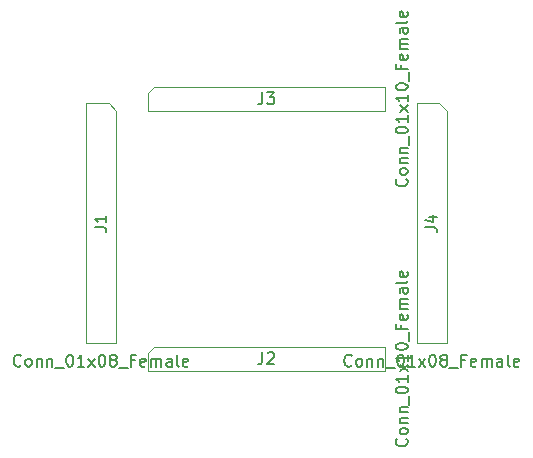
<source format=gbr>
G04 #@! TF.GenerationSoftware,KiCad,Pcbnew,(5.1.6)-1*
G04 #@! TF.CreationDate,2020-07-07T11:59:46-05:00*
G04 #@! TF.ProjectId,Xbee,58626565-2e6b-4696-9361-645f70636258,rev?*
G04 #@! TF.SameCoordinates,Original*
G04 #@! TF.FileFunction,Other,Fab,Top*
%FSLAX46Y46*%
G04 Gerber Fmt 4.6, Leading zero omitted, Abs format (unit mm)*
G04 Created by KiCad (PCBNEW (5.1.6)-1) date 2020-07-07 11:59:46*
%MOMM*%
%LPD*%
G01*
G04 APERTURE LIST*
%ADD10C,0.100000*%
%ADD11C,0.150000*%
G04 APERTURE END LIST*
D10*
X106630000Y-125730000D02*
X106630000Y-105410000D01*
X109170000Y-125730000D02*
X106630000Y-125730000D01*
X109170000Y-106045000D02*
X109170000Y-125730000D01*
X108535000Y-105410000D02*
X109170000Y-106045000D01*
X106630000Y-105410000D02*
X108535000Y-105410000D01*
X131900000Y-128020000D02*
X111900000Y-128020000D01*
X131900000Y-126020000D02*
X131900000Y-128020000D01*
X112400000Y-126020000D02*
X131900000Y-126020000D01*
X111900000Y-126520000D02*
X112400000Y-126020000D01*
X111900000Y-128020000D02*
X111900000Y-126520000D01*
X111900000Y-106020000D02*
X111900000Y-104520000D01*
X111900000Y-104520000D02*
X112400000Y-104020000D01*
X112400000Y-104020000D02*
X131900000Y-104020000D01*
X131900000Y-104020000D02*
X131900000Y-106020000D01*
X131900000Y-106020000D02*
X111900000Y-106020000D01*
X134630000Y-105410000D02*
X136535000Y-105410000D01*
X136535000Y-105410000D02*
X137170000Y-106045000D01*
X137170000Y-106045000D02*
X137170000Y-125730000D01*
X137170000Y-125730000D02*
X134630000Y-125730000D01*
X134630000Y-125730000D02*
X134630000Y-105410000D01*
D11*
X101114285Y-127587142D02*
X101066666Y-127634761D01*
X100923809Y-127682380D01*
X100828571Y-127682380D01*
X100685714Y-127634761D01*
X100590476Y-127539523D01*
X100542857Y-127444285D01*
X100495238Y-127253809D01*
X100495238Y-127110952D01*
X100542857Y-126920476D01*
X100590476Y-126825238D01*
X100685714Y-126730000D01*
X100828571Y-126682380D01*
X100923809Y-126682380D01*
X101066666Y-126730000D01*
X101114285Y-126777619D01*
X101685714Y-127682380D02*
X101590476Y-127634761D01*
X101542857Y-127587142D01*
X101495238Y-127491904D01*
X101495238Y-127206190D01*
X101542857Y-127110952D01*
X101590476Y-127063333D01*
X101685714Y-127015714D01*
X101828571Y-127015714D01*
X101923809Y-127063333D01*
X101971428Y-127110952D01*
X102019047Y-127206190D01*
X102019047Y-127491904D01*
X101971428Y-127587142D01*
X101923809Y-127634761D01*
X101828571Y-127682380D01*
X101685714Y-127682380D01*
X102447619Y-127015714D02*
X102447619Y-127682380D01*
X102447619Y-127110952D02*
X102495238Y-127063333D01*
X102590476Y-127015714D01*
X102733333Y-127015714D01*
X102828571Y-127063333D01*
X102876190Y-127158571D01*
X102876190Y-127682380D01*
X103352380Y-127015714D02*
X103352380Y-127682380D01*
X103352380Y-127110952D02*
X103400000Y-127063333D01*
X103495238Y-127015714D01*
X103638095Y-127015714D01*
X103733333Y-127063333D01*
X103780952Y-127158571D01*
X103780952Y-127682380D01*
X104019047Y-127777619D02*
X104780952Y-127777619D01*
X105209523Y-126682380D02*
X105304761Y-126682380D01*
X105400000Y-126730000D01*
X105447619Y-126777619D01*
X105495238Y-126872857D01*
X105542857Y-127063333D01*
X105542857Y-127301428D01*
X105495238Y-127491904D01*
X105447619Y-127587142D01*
X105400000Y-127634761D01*
X105304761Y-127682380D01*
X105209523Y-127682380D01*
X105114285Y-127634761D01*
X105066666Y-127587142D01*
X105019047Y-127491904D01*
X104971428Y-127301428D01*
X104971428Y-127063333D01*
X105019047Y-126872857D01*
X105066666Y-126777619D01*
X105114285Y-126730000D01*
X105209523Y-126682380D01*
X106495238Y-127682380D02*
X105923809Y-127682380D01*
X106209523Y-127682380D02*
X106209523Y-126682380D01*
X106114285Y-126825238D01*
X106019047Y-126920476D01*
X105923809Y-126968095D01*
X106828571Y-127682380D02*
X107352380Y-127015714D01*
X106828571Y-127015714D02*
X107352380Y-127682380D01*
X107923809Y-126682380D02*
X108019047Y-126682380D01*
X108114285Y-126730000D01*
X108161904Y-126777619D01*
X108209523Y-126872857D01*
X108257142Y-127063333D01*
X108257142Y-127301428D01*
X108209523Y-127491904D01*
X108161904Y-127587142D01*
X108114285Y-127634761D01*
X108019047Y-127682380D01*
X107923809Y-127682380D01*
X107828571Y-127634761D01*
X107780952Y-127587142D01*
X107733333Y-127491904D01*
X107685714Y-127301428D01*
X107685714Y-127063333D01*
X107733333Y-126872857D01*
X107780952Y-126777619D01*
X107828571Y-126730000D01*
X107923809Y-126682380D01*
X108828571Y-127110952D02*
X108733333Y-127063333D01*
X108685714Y-127015714D01*
X108638095Y-126920476D01*
X108638095Y-126872857D01*
X108685714Y-126777619D01*
X108733333Y-126730000D01*
X108828571Y-126682380D01*
X109019047Y-126682380D01*
X109114285Y-126730000D01*
X109161904Y-126777619D01*
X109209523Y-126872857D01*
X109209523Y-126920476D01*
X109161904Y-127015714D01*
X109114285Y-127063333D01*
X109019047Y-127110952D01*
X108828571Y-127110952D01*
X108733333Y-127158571D01*
X108685714Y-127206190D01*
X108638095Y-127301428D01*
X108638095Y-127491904D01*
X108685714Y-127587142D01*
X108733333Y-127634761D01*
X108828571Y-127682380D01*
X109019047Y-127682380D01*
X109114285Y-127634761D01*
X109161904Y-127587142D01*
X109209523Y-127491904D01*
X109209523Y-127301428D01*
X109161904Y-127206190D01*
X109114285Y-127158571D01*
X109019047Y-127110952D01*
X109400000Y-127777619D02*
X110161904Y-127777619D01*
X110733333Y-127158571D02*
X110400000Y-127158571D01*
X110400000Y-127682380D02*
X110400000Y-126682380D01*
X110876190Y-126682380D01*
X111638095Y-127634761D02*
X111542857Y-127682380D01*
X111352380Y-127682380D01*
X111257142Y-127634761D01*
X111209523Y-127539523D01*
X111209523Y-127158571D01*
X111257142Y-127063333D01*
X111352380Y-127015714D01*
X111542857Y-127015714D01*
X111638095Y-127063333D01*
X111685714Y-127158571D01*
X111685714Y-127253809D01*
X111209523Y-127349047D01*
X112114285Y-127682380D02*
X112114285Y-127015714D01*
X112114285Y-127110952D02*
X112161904Y-127063333D01*
X112257142Y-127015714D01*
X112400000Y-127015714D01*
X112495238Y-127063333D01*
X112542857Y-127158571D01*
X112542857Y-127682380D01*
X112542857Y-127158571D02*
X112590476Y-127063333D01*
X112685714Y-127015714D01*
X112828571Y-127015714D01*
X112923809Y-127063333D01*
X112971428Y-127158571D01*
X112971428Y-127682380D01*
X113876190Y-127682380D02*
X113876190Y-127158571D01*
X113828571Y-127063333D01*
X113733333Y-127015714D01*
X113542857Y-127015714D01*
X113447619Y-127063333D01*
X113876190Y-127634761D02*
X113780952Y-127682380D01*
X113542857Y-127682380D01*
X113447619Y-127634761D01*
X113400000Y-127539523D01*
X113400000Y-127444285D01*
X113447619Y-127349047D01*
X113542857Y-127301428D01*
X113780952Y-127301428D01*
X113876190Y-127253809D01*
X114495238Y-127682380D02*
X114400000Y-127634761D01*
X114352380Y-127539523D01*
X114352380Y-126682380D01*
X115257142Y-127634761D02*
X115161904Y-127682380D01*
X114971428Y-127682380D01*
X114876190Y-127634761D01*
X114828571Y-127539523D01*
X114828571Y-127158571D01*
X114876190Y-127063333D01*
X114971428Y-127015714D01*
X115161904Y-127015714D01*
X115257142Y-127063333D01*
X115304761Y-127158571D01*
X115304761Y-127253809D01*
X114828571Y-127349047D01*
X107352380Y-115903333D02*
X108066666Y-115903333D01*
X108209523Y-115950952D01*
X108304761Y-116046190D01*
X108352380Y-116189047D01*
X108352380Y-116284285D01*
X108352380Y-114903333D02*
X108352380Y-115474761D01*
X108352380Y-115189047D02*
X107352380Y-115189047D01*
X107495238Y-115284285D01*
X107590476Y-115379523D01*
X107638095Y-115474761D01*
X133757142Y-133805714D02*
X133804761Y-133853333D01*
X133852380Y-133996190D01*
X133852380Y-134091428D01*
X133804761Y-134234285D01*
X133709523Y-134329523D01*
X133614285Y-134377142D01*
X133423809Y-134424761D01*
X133280952Y-134424761D01*
X133090476Y-134377142D01*
X132995238Y-134329523D01*
X132900000Y-134234285D01*
X132852380Y-134091428D01*
X132852380Y-133996190D01*
X132900000Y-133853333D01*
X132947619Y-133805714D01*
X133852380Y-133234285D02*
X133804761Y-133329523D01*
X133757142Y-133377142D01*
X133661904Y-133424761D01*
X133376190Y-133424761D01*
X133280952Y-133377142D01*
X133233333Y-133329523D01*
X133185714Y-133234285D01*
X133185714Y-133091428D01*
X133233333Y-132996190D01*
X133280952Y-132948571D01*
X133376190Y-132900952D01*
X133661904Y-132900952D01*
X133757142Y-132948571D01*
X133804761Y-132996190D01*
X133852380Y-133091428D01*
X133852380Y-133234285D01*
X133185714Y-132472380D02*
X133852380Y-132472380D01*
X133280952Y-132472380D02*
X133233333Y-132424761D01*
X133185714Y-132329523D01*
X133185714Y-132186666D01*
X133233333Y-132091428D01*
X133328571Y-132043809D01*
X133852380Y-132043809D01*
X133185714Y-131567619D02*
X133852380Y-131567619D01*
X133280952Y-131567619D02*
X133233333Y-131520000D01*
X133185714Y-131424761D01*
X133185714Y-131281904D01*
X133233333Y-131186666D01*
X133328571Y-131139047D01*
X133852380Y-131139047D01*
X133947619Y-130900952D02*
X133947619Y-130139047D01*
X132852380Y-129710476D02*
X132852380Y-129615238D01*
X132900000Y-129520000D01*
X132947619Y-129472380D01*
X133042857Y-129424761D01*
X133233333Y-129377142D01*
X133471428Y-129377142D01*
X133661904Y-129424761D01*
X133757142Y-129472380D01*
X133804761Y-129520000D01*
X133852380Y-129615238D01*
X133852380Y-129710476D01*
X133804761Y-129805714D01*
X133757142Y-129853333D01*
X133661904Y-129900952D01*
X133471428Y-129948571D01*
X133233333Y-129948571D01*
X133042857Y-129900952D01*
X132947619Y-129853333D01*
X132900000Y-129805714D01*
X132852380Y-129710476D01*
X133852380Y-128424761D02*
X133852380Y-128996190D01*
X133852380Y-128710476D02*
X132852380Y-128710476D01*
X132995238Y-128805714D01*
X133090476Y-128900952D01*
X133138095Y-128996190D01*
X133852380Y-128091428D02*
X133185714Y-127567619D01*
X133185714Y-128091428D02*
X133852380Y-127567619D01*
X133852380Y-126662857D02*
X133852380Y-127234285D01*
X133852380Y-126948571D02*
X132852380Y-126948571D01*
X132995238Y-127043809D01*
X133090476Y-127139047D01*
X133138095Y-127234285D01*
X132852380Y-126043809D02*
X132852380Y-125948571D01*
X132900000Y-125853333D01*
X132947619Y-125805714D01*
X133042857Y-125758095D01*
X133233333Y-125710476D01*
X133471428Y-125710476D01*
X133661904Y-125758095D01*
X133757142Y-125805714D01*
X133804761Y-125853333D01*
X133852380Y-125948571D01*
X133852380Y-126043809D01*
X133804761Y-126139047D01*
X133757142Y-126186666D01*
X133661904Y-126234285D01*
X133471428Y-126281904D01*
X133233333Y-126281904D01*
X133042857Y-126234285D01*
X132947619Y-126186666D01*
X132900000Y-126139047D01*
X132852380Y-126043809D01*
X133947619Y-125520000D02*
X133947619Y-124758095D01*
X133328571Y-124186666D02*
X133328571Y-124520000D01*
X133852380Y-124520000D02*
X132852380Y-124520000D01*
X132852380Y-124043809D01*
X133804761Y-123281904D02*
X133852380Y-123377142D01*
X133852380Y-123567619D01*
X133804761Y-123662857D01*
X133709523Y-123710476D01*
X133328571Y-123710476D01*
X133233333Y-123662857D01*
X133185714Y-123567619D01*
X133185714Y-123377142D01*
X133233333Y-123281904D01*
X133328571Y-123234285D01*
X133423809Y-123234285D01*
X133519047Y-123710476D01*
X133852380Y-122805714D02*
X133185714Y-122805714D01*
X133280952Y-122805714D02*
X133233333Y-122758095D01*
X133185714Y-122662857D01*
X133185714Y-122520000D01*
X133233333Y-122424761D01*
X133328571Y-122377142D01*
X133852380Y-122377142D01*
X133328571Y-122377142D02*
X133233333Y-122329523D01*
X133185714Y-122234285D01*
X133185714Y-122091428D01*
X133233333Y-121996190D01*
X133328571Y-121948571D01*
X133852380Y-121948571D01*
X133852380Y-121043809D02*
X133328571Y-121043809D01*
X133233333Y-121091428D01*
X133185714Y-121186666D01*
X133185714Y-121377142D01*
X133233333Y-121472380D01*
X133804761Y-121043809D02*
X133852380Y-121139047D01*
X133852380Y-121377142D01*
X133804761Y-121472380D01*
X133709523Y-121520000D01*
X133614285Y-121520000D01*
X133519047Y-121472380D01*
X133471428Y-121377142D01*
X133471428Y-121139047D01*
X133423809Y-121043809D01*
X133852380Y-120424761D02*
X133804761Y-120520000D01*
X133709523Y-120567619D01*
X132852380Y-120567619D01*
X133804761Y-119662857D02*
X133852380Y-119758095D01*
X133852380Y-119948571D01*
X133804761Y-120043809D01*
X133709523Y-120091428D01*
X133328571Y-120091428D01*
X133233333Y-120043809D01*
X133185714Y-119948571D01*
X133185714Y-119758095D01*
X133233333Y-119662857D01*
X133328571Y-119615238D01*
X133423809Y-119615238D01*
X133519047Y-120091428D01*
X121566666Y-126472380D02*
X121566666Y-127186666D01*
X121519047Y-127329523D01*
X121423809Y-127424761D01*
X121280952Y-127472380D01*
X121185714Y-127472380D01*
X121995238Y-126567619D02*
X122042857Y-126520000D01*
X122138095Y-126472380D01*
X122376190Y-126472380D01*
X122471428Y-126520000D01*
X122519047Y-126567619D01*
X122566666Y-126662857D01*
X122566666Y-126758095D01*
X122519047Y-126900952D01*
X121947619Y-127472380D01*
X122566666Y-127472380D01*
X133757142Y-111805714D02*
X133804761Y-111853333D01*
X133852380Y-111996190D01*
X133852380Y-112091428D01*
X133804761Y-112234285D01*
X133709523Y-112329523D01*
X133614285Y-112377142D01*
X133423809Y-112424761D01*
X133280952Y-112424761D01*
X133090476Y-112377142D01*
X132995238Y-112329523D01*
X132900000Y-112234285D01*
X132852380Y-112091428D01*
X132852380Y-111996190D01*
X132900000Y-111853333D01*
X132947619Y-111805714D01*
X133852380Y-111234285D02*
X133804761Y-111329523D01*
X133757142Y-111377142D01*
X133661904Y-111424761D01*
X133376190Y-111424761D01*
X133280952Y-111377142D01*
X133233333Y-111329523D01*
X133185714Y-111234285D01*
X133185714Y-111091428D01*
X133233333Y-110996190D01*
X133280952Y-110948571D01*
X133376190Y-110900952D01*
X133661904Y-110900952D01*
X133757142Y-110948571D01*
X133804761Y-110996190D01*
X133852380Y-111091428D01*
X133852380Y-111234285D01*
X133185714Y-110472380D02*
X133852380Y-110472380D01*
X133280952Y-110472380D02*
X133233333Y-110424761D01*
X133185714Y-110329523D01*
X133185714Y-110186666D01*
X133233333Y-110091428D01*
X133328571Y-110043809D01*
X133852380Y-110043809D01*
X133185714Y-109567619D02*
X133852380Y-109567619D01*
X133280952Y-109567619D02*
X133233333Y-109520000D01*
X133185714Y-109424761D01*
X133185714Y-109281904D01*
X133233333Y-109186666D01*
X133328571Y-109139047D01*
X133852380Y-109139047D01*
X133947619Y-108900952D02*
X133947619Y-108139047D01*
X132852380Y-107710476D02*
X132852380Y-107615238D01*
X132900000Y-107520000D01*
X132947619Y-107472380D01*
X133042857Y-107424761D01*
X133233333Y-107377142D01*
X133471428Y-107377142D01*
X133661904Y-107424761D01*
X133757142Y-107472380D01*
X133804761Y-107520000D01*
X133852380Y-107615238D01*
X133852380Y-107710476D01*
X133804761Y-107805714D01*
X133757142Y-107853333D01*
X133661904Y-107900952D01*
X133471428Y-107948571D01*
X133233333Y-107948571D01*
X133042857Y-107900952D01*
X132947619Y-107853333D01*
X132900000Y-107805714D01*
X132852380Y-107710476D01*
X133852380Y-106424761D02*
X133852380Y-106996190D01*
X133852380Y-106710476D02*
X132852380Y-106710476D01*
X132995238Y-106805714D01*
X133090476Y-106900952D01*
X133138095Y-106996190D01*
X133852380Y-106091428D02*
X133185714Y-105567619D01*
X133185714Y-106091428D02*
X133852380Y-105567619D01*
X133852380Y-104662857D02*
X133852380Y-105234285D01*
X133852380Y-104948571D02*
X132852380Y-104948571D01*
X132995238Y-105043809D01*
X133090476Y-105139047D01*
X133138095Y-105234285D01*
X132852380Y-104043809D02*
X132852380Y-103948571D01*
X132900000Y-103853333D01*
X132947619Y-103805714D01*
X133042857Y-103758095D01*
X133233333Y-103710476D01*
X133471428Y-103710476D01*
X133661904Y-103758095D01*
X133757142Y-103805714D01*
X133804761Y-103853333D01*
X133852380Y-103948571D01*
X133852380Y-104043809D01*
X133804761Y-104139047D01*
X133757142Y-104186666D01*
X133661904Y-104234285D01*
X133471428Y-104281904D01*
X133233333Y-104281904D01*
X133042857Y-104234285D01*
X132947619Y-104186666D01*
X132900000Y-104139047D01*
X132852380Y-104043809D01*
X133947619Y-103520000D02*
X133947619Y-102758095D01*
X133328571Y-102186666D02*
X133328571Y-102520000D01*
X133852380Y-102520000D02*
X132852380Y-102520000D01*
X132852380Y-102043809D01*
X133804761Y-101281904D02*
X133852380Y-101377142D01*
X133852380Y-101567619D01*
X133804761Y-101662857D01*
X133709523Y-101710476D01*
X133328571Y-101710476D01*
X133233333Y-101662857D01*
X133185714Y-101567619D01*
X133185714Y-101377142D01*
X133233333Y-101281904D01*
X133328571Y-101234285D01*
X133423809Y-101234285D01*
X133519047Y-101710476D01*
X133852380Y-100805714D02*
X133185714Y-100805714D01*
X133280952Y-100805714D02*
X133233333Y-100758095D01*
X133185714Y-100662857D01*
X133185714Y-100520000D01*
X133233333Y-100424761D01*
X133328571Y-100377142D01*
X133852380Y-100377142D01*
X133328571Y-100377142D02*
X133233333Y-100329523D01*
X133185714Y-100234285D01*
X133185714Y-100091428D01*
X133233333Y-99996190D01*
X133328571Y-99948571D01*
X133852380Y-99948571D01*
X133852380Y-99043809D02*
X133328571Y-99043809D01*
X133233333Y-99091428D01*
X133185714Y-99186666D01*
X133185714Y-99377142D01*
X133233333Y-99472380D01*
X133804761Y-99043809D02*
X133852380Y-99139047D01*
X133852380Y-99377142D01*
X133804761Y-99472380D01*
X133709523Y-99520000D01*
X133614285Y-99520000D01*
X133519047Y-99472380D01*
X133471428Y-99377142D01*
X133471428Y-99139047D01*
X133423809Y-99043809D01*
X133852380Y-98424761D02*
X133804761Y-98520000D01*
X133709523Y-98567619D01*
X132852380Y-98567619D01*
X133804761Y-97662857D02*
X133852380Y-97758095D01*
X133852380Y-97948571D01*
X133804761Y-98043809D01*
X133709523Y-98091428D01*
X133328571Y-98091428D01*
X133233333Y-98043809D01*
X133185714Y-97948571D01*
X133185714Y-97758095D01*
X133233333Y-97662857D01*
X133328571Y-97615238D01*
X133423809Y-97615238D01*
X133519047Y-98091428D01*
X121566666Y-104472380D02*
X121566666Y-105186666D01*
X121519047Y-105329523D01*
X121423809Y-105424761D01*
X121280952Y-105472380D01*
X121185714Y-105472380D01*
X121947619Y-104472380D02*
X122566666Y-104472380D01*
X122233333Y-104853333D01*
X122376190Y-104853333D01*
X122471428Y-104900952D01*
X122519047Y-104948571D01*
X122566666Y-105043809D01*
X122566666Y-105281904D01*
X122519047Y-105377142D01*
X122471428Y-105424761D01*
X122376190Y-105472380D01*
X122090476Y-105472380D01*
X121995238Y-105424761D01*
X121947619Y-105377142D01*
X129114285Y-127587142D02*
X129066666Y-127634761D01*
X128923809Y-127682380D01*
X128828571Y-127682380D01*
X128685714Y-127634761D01*
X128590476Y-127539523D01*
X128542857Y-127444285D01*
X128495238Y-127253809D01*
X128495238Y-127110952D01*
X128542857Y-126920476D01*
X128590476Y-126825238D01*
X128685714Y-126730000D01*
X128828571Y-126682380D01*
X128923809Y-126682380D01*
X129066666Y-126730000D01*
X129114285Y-126777619D01*
X129685714Y-127682380D02*
X129590476Y-127634761D01*
X129542857Y-127587142D01*
X129495238Y-127491904D01*
X129495238Y-127206190D01*
X129542857Y-127110952D01*
X129590476Y-127063333D01*
X129685714Y-127015714D01*
X129828571Y-127015714D01*
X129923809Y-127063333D01*
X129971428Y-127110952D01*
X130019047Y-127206190D01*
X130019047Y-127491904D01*
X129971428Y-127587142D01*
X129923809Y-127634761D01*
X129828571Y-127682380D01*
X129685714Y-127682380D01*
X130447619Y-127015714D02*
X130447619Y-127682380D01*
X130447619Y-127110952D02*
X130495238Y-127063333D01*
X130590476Y-127015714D01*
X130733333Y-127015714D01*
X130828571Y-127063333D01*
X130876190Y-127158571D01*
X130876190Y-127682380D01*
X131352380Y-127015714D02*
X131352380Y-127682380D01*
X131352380Y-127110952D02*
X131400000Y-127063333D01*
X131495238Y-127015714D01*
X131638095Y-127015714D01*
X131733333Y-127063333D01*
X131780952Y-127158571D01*
X131780952Y-127682380D01*
X132019047Y-127777619D02*
X132780952Y-127777619D01*
X133209523Y-126682380D02*
X133304761Y-126682380D01*
X133400000Y-126730000D01*
X133447619Y-126777619D01*
X133495238Y-126872857D01*
X133542857Y-127063333D01*
X133542857Y-127301428D01*
X133495238Y-127491904D01*
X133447619Y-127587142D01*
X133400000Y-127634761D01*
X133304761Y-127682380D01*
X133209523Y-127682380D01*
X133114285Y-127634761D01*
X133066666Y-127587142D01*
X133019047Y-127491904D01*
X132971428Y-127301428D01*
X132971428Y-127063333D01*
X133019047Y-126872857D01*
X133066666Y-126777619D01*
X133114285Y-126730000D01*
X133209523Y-126682380D01*
X134495238Y-127682380D02*
X133923809Y-127682380D01*
X134209523Y-127682380D02*
X134209523Y-126682380D01*
X134114285Y-126825238D01*
X134019047Y-126920476D01*
X133923809Y-126968095D01*
X134828571Y-127682380D02*
X135352380Y-127015714D01*
X134828571Y-127015714D02*
X135352380Y-127682380D01*
X135923809Y-126682380D02*
X136019047Y-126682380D01*
X136114285Y-126730000D01*
X136161904Y-126777619D01*
X136209523Y-126872857D01*
X136257142Y-127063333D01*
X136257142Y-127301428D01*
X136209523Y-127491904D01*
X136161904Y-127587142D01*
X136114285Y-127634761D01*
X136019047Y-127682380D01*
X135923809Y-127682380D01*
X135828571Y-127634761D01*
X135780952Y-127587142D01*
X135733333Y-127491904D01*
X135685714Y-127301428D01*
X135685714Y-127063333D01*
X135733333Y-126872857D01*
X135780952Y-126777619D01*
X135828571Y-126730000D01*
X135923809Y-126682380D01*
X136828571Y-127110952D02*
X136733333Y-127063333D01*
X136685714Y-127015714D01*
X136638095Y-126920476D01*
X136638095Y-126872857D01*
X136685714Y-126777619D01*
X136733333Y-126730000D01*
X136828571Y-126682380D01*
X137019047Y-126682380D01*
X137114285Y-126730000D01*
X137161904Y-126777619D01*
X137209523Y-126872857D01*
X137209523Y-126920476D01*
X137161904Y-127015714D01*
X137114285Y-127063333D01*
X137019047Y-127110952D01*
X136828571Y-127110952D01*
X136733333Y-127158571D01*
X136685714Y-127206190D01*
X136638095Y-127301428D01*
X136638095Y-127491904D01*
X136685714Y-127587142D01*
X136733333Y-127634761D01*
X136828571Y-127682380D01*
X137019047Y-127682380D01*
X137114285Y-127634761D01*
X137161904Y-127587142D01*
X137209523Y-127491904D01*
X137209523Y-127301428D01*
X137161904Y-127206190D01*
X137114285Y-127158571D01*
X137019047Y-127110952D01*
X137400000Y-127777619D02*
X138161904Y-127777619D01*
X138733333Y-127158571D02*
X138400000Y-127158571D01*
X138400000Y-127682380D02*
X138400000Y-126682380D01*
X138876190Y-126682380D01*
X139638095Y-127634761D02*
X139542857Y-127682380D01*
X139352380Y-127682380D01*
X139257142Y-127634761D01*
X139209523Y-127539523D01*
X139209523Y-127158571D01*
X139257142Y-127063333D01*
X139352380Y-127015714D01*
X139542857Y-127015714D01*
X139638095Y-127063333D01*
X139685714Y-127158571D01*
X139685714Y-127253809D01*
X139209523Y-127349047D01*
X140114285Y-127682380D02*
X140114285Y-127015714D01*
X140114285Y-127110952D02*
X140161904Y-127063333D01*
X140257142Y-127015714D01*
X140400000Y-127015714D01*
X140495238Y-127063333D01*
X140542857Y-127158571D01*
X140542857Y-127682380D01*
X140542857Y-127158571D02*
X140590476Y-127063333D01*
X140685714Y-127015714D01*
X140828571Y-127015714D01*
X140923809Y-127063333D01*
X140971428Y-127158571D01*
X140971428Y-127682380D01*
X141876190Y-127682380D02*
X141876190Y-127158571D01*
X141828571Y-127063333D01*
X141733333Y-127015714D01*
X141542857Y-127015714D01*
X141447619Y-127063333D01*
X141876190Y-127634761D02*
X141780952Y-127682380D01*
X141542857Y-127682380D01*
X141447619Y-127634761D01*
X141400000Y-127539523D01*
X141400000Y-127444285D01*
X141447619Y-127349047D01*
X141542857Y-127301428D01*
X141780952Y-127301428D01*
X141876190Y-127253809D01*
X142495238Y-127682380D02*
X142400000Y-127634761D01*
X142352380Y-127539523D01*
X142352380Y-126682380D01*
X143257142Y-127634761D02*
X143161904Y-127682380D01*
X142971428Y-127682380D01*
X142876190Y-127634761D01*
X142828571Y-127539523D01*
X142828571Y-127158571D01*
X142876190Y-127063333D01*
X142971428Y-127015714D01*
X143161904Y-127015714D01*
X143257142Y-127063333D01*
X143304761Y-127158571D01*
X143304761Y-127253809D01*
X142828571Y-127349047D01*
X135352380Y-115903333D02*
X136066666Y-115903333D01*
X136209523Y-115950952D01*
X136304761Y-116046190D01*
X136352380Y-116189047D01*
X136352380Y-116284285D01*
X135685714Y-114998571D02*
X136352380Y-114998571D01*
X135304761Y-115236666D02*
X136019047Y-115474761D01*
X136019047Y-114855714D01*
M02*

</source>
